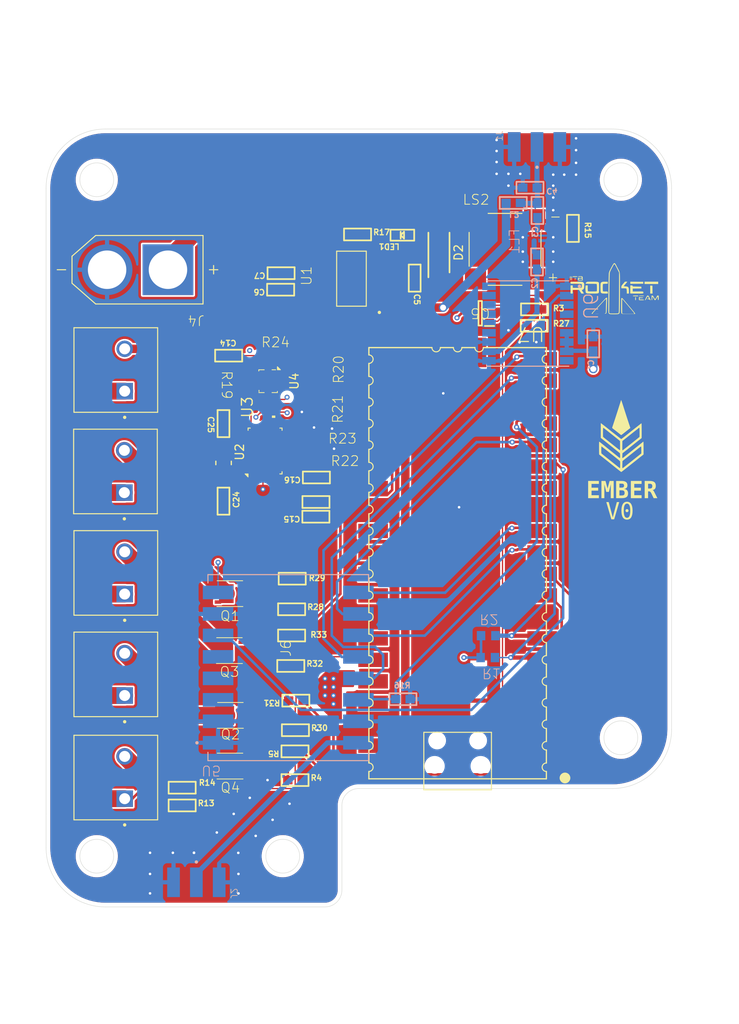
<source format=kicad_pcb>
(kicad_pcb (version 20241229) (generator "pcbnew") (generator_version "9.0")
  (layers (0 "F.Cu" signal) (4 "In1.Cu" power "PWR") (6 "In2.Cu" power "GND") (2 "B.Cu" signal) (13 "F.Paste" user) (15 "B.Paste" user) (5 "F.SilkS" user "F.Silkscreen") (7 "B.SilkS" user "B.Silkscreen") (1 "F.Mask" user) (3 "B.Mask" user) (25 "Edge.Cuts" user))
  (net 0 "")
  (net 1 "/3v3")
  (net 2 "/GND")
  (net 3 "/GPS_RF_IN")
  (net 4 "/SAW_OUT")
  (net 5 "/SAW_IN")
  (net 6 "/GPS_ANT")
  (net 7 "Net-(C16-P$2)")
  (net 8 "/5v")
  (net 9 "/G_MAIN2")
  (net 10 "/V_BATT")
  (net 11 "/XIN32")
  (net 12 "/XOUT32")
  (net 13 "/LoRa_ANT")
  (net 14 "/PYRO_MAIN2")
  (net 15 "/G_DROGUE")
  (net 16 "/PYRO_DROGUE")
  (net 17 "/G_MAIN")
  (net 18 "/PYRO_MAIN")
  (net 19 "Net-(Q4-G)")
  (net 20 "/PYRO_DROGUE2")
  (net 21 "/GPS_RX")
  (net 22 "/GPS_TX")
  (net 23 "/DROGUE2")
  (net 24 "/VCC_PYRO")
  (net 25 "/LORA_CS")
  (net 26 "Net-(U4-SDO)")
  (net 27 "/SDA")
  (net 28 "/SCL")
  (net 29 "Net-(U2-~{RESET})")
  (net 30 "Net-(U2-COM3)")
  (net 31 "Net-(U4-CSB)")
  (net 32 "/BUZZER")
  (net 33 "/MAIN2")
  (net 34 "/DROGUE")
  (net 35 "/MAIN")
  (net 36 "/LORA_SCLK")
  (net 37 "/LORA_RESET")
  (net 38 "/LORA_MISO")
  (net 39 "/LORA_BUSY")
  (net 40 "/LORA_MOSI")
  (net 41 "/LORA_DIO1")
  (net 68 "Net-(LED1-PadC)")
  (net 69 "Net-(Q5-S)")
  (net 70 "Net-(Q5-G)")
  (net 71 "Net-(LS2-PadN)")
  (net 72 "/BATT_IN")
  (net 73 "Net-(U7-ADC_REF)")
  (footprint "adafruit:R0603" (layer "F.Cu") (at 59.08 87.07 -90)
    (property "Reference" "R19")
    (property "Value" "10k ohm")
  )
  (footprint "microbuilder:CHIPLED_0603" (layer "F.Cu") (at 78.15 69.55 90)
    (property "Reference" "LED1")
    (property "Value" "BATT_CONN")
  )
  (footprint "OSTTA020161:ONSHORE_OSTTA020161" (layer "F.Cu") (at 45.3 121.5 90)
    (property "Reference" "J3" (hide yes))
    (property "Value" "DROGUE")
  )
  (footprint "AMS1117-5.0:SOT229P700X180-4N" (layer "F.Cu") (at 72.13 74.7 90)
    (property "Reference" "U1")
    (property "Value" "LDO Regulator 5v" (hide yes))
  )
  (footprint "microbuilder:0603" (layer "F.Cu") (at 65.45 134)
    (property "Reference" "R4")
    (property "Value" "33k")
  )
  (footprint "microbuilder:0603" (layer "F.Cu") (at 64.95 120.5)
    (property "Reference" "R32")
    (property "Value" "33k")
  )
  (footprint "microbuilder:0603" (layer "F.Cu") (at 56.99 91.84 -90)
    (property "Reference" "C25")
    (property "Value" "20 pF")
  )
  (footprint "SISA96DN-T1-GE3:SIS862DNT1GE3" (layer "F.Cu") (at 57.775 132.344 180)
    (property "Reference" "Q4")
    (property "Value" "SISA96DN-T1")
  )
  (footprint "microbuilder:0603" (layer "F.Cu") (at 65.5 128.1)
    (property "Reference" "R30")
    (property "Value" "33k")
  )
  (footprint "microbuilder:0603" (layer "F.Cu") (at 72.85 69.47)
    (property "Reference" "R17")
    (property "Value" "100")
  )
  (footprint "kx134:LGA12_2X2X0P9_ROM" (layer "F.Cu") (at 62.17 89.73 -90)
    (property "Reference" "U3")
    (property "Value" "~")
  )
  (footprint "Graphics:project_logo.kicad_sym" (layer "F.Cu") (at 104 93.4)
    (property "Reference" "G***" (hide yes))
    (property "Value" "LOGO" (hide yes))
  )
  (footprint "microbuilder:0603" (layer "F.Cu") (at 65.05 116.9 180)
    (property "Reference" "R33")
    (property "Value" "1k")
  )
  (footprint "RSX501LAM20TR:DIOM4725X105N" (layer "F.Cu") (at 82.48 71.61 90)
    (property "Reference" "D2")
    (property "Value" "RSX501LAM20TR" (hide yes))
  )
  (footprint "microbuilder:0603" (layer "F.Cu") (at 65.45 130.6 180)
    (property "Reference" "R5")
    (property "Value" "1k")
  )
  (footprint "microbuilder:0603" (layer "F.Cu") (at 65.05 113.8)
    (property "Reference" "R28")
    (property "Value" "33k")
  )
  (footprint "RpiPico:PICO-PKG-SMD" (layer "F.Cu") (at 84.69 108.35 180)
    (property "Reference" "U7")
    (property "Value" "~" (hide yes))
  )
  (footprint "CJ3400:SOT95P240X115-3N" (layer "F.Cu") (at 87.36 78.79 180)
    (property "Reference" "Q5")
    (property "Value" "CJ3400")
  )
  (footprint "Package_LGA:LGA-28_5.2x3.8mm_P0.5mm" (layer "F.Cu") (at 61.91 95.08 90)
    (property "Reference" "U2")
    (property "Value" "BNO055")
  )
  (footprint "microbuilder:0603" (layer "F.Cu") (at 79.61 74.63 -90)
    (property "Reference" "C5")
    (property "Value" "10 uF")
  )
  (footprint "OSTTA020161:ONSHORE_OSTTA020161" (layer "F.Cu") (at 45.26 97.5 90)
    (property "Reference" "J6")
    (property "Value" "MAN2")
  )
  (footprint "SISA96DN-T1-GE3:SIS862DNT1GE3" (layer "F.Cu") (at 57.818 126.348 180)
    (property "Reference" "Q2")
    (property "Value" "SISA96DN-T1")
  )
  (footprint "microbuilder:0603" (layer "F.Cu") (at 67.93 101.11)
    (property "Reference" "C13" (hide yes))
    (property "Value" "100 nF" (hide yes))
  )
  (footprint "adafruit:R0603" (layer "F.Cu") (at 62.27 83.8)
    (property "Reference" "R24")
    (property "Value" "10k ohm")
  )
  (footprint "CMT-8530S-SMT:CUI_CMT-8530S-SMT" (layer "F.Cu") (at 90.3 71.23)
    (property "Reference" "LS2")
    (property "Value" "BUZZER")
  )
  (footprint "Q13FC1350000400:XTAL_FC-135_EPS" (layer "F.Cu") (at 57 96.4922 90)
    (property "Reference" "XTAL1")
    (property "Value" "XTAL_FC135")
  )
  (footprint "Graphics:RT_logo" (layer "F.Cu") (at 103.2 76.3)
    (property "Reference" "G***" (hide yes))
    (property "Value" "LOGO" (hide yes))
  )
  (footprint "OSTTA020161:ONSHORE_OSTTA020161" (layer "F.Cu") (at 45.3 85.5 90)
    (property "Reference" "J8" (hide yes))
    (property "Value" "ARM")
  )
  (footprint "OSTTA020161:ONSHORE_OSTTA020161" (layer "F.Cu") (at 45.3 133.7 90)
    (property "Reference" "J7" (hide yes))
    (property "Value" "DROGUE2")
  )
  (footprint "microbuilder:0603" (layer "F.Cu") (at 67.98 98.21 180)
    (property "Reference" "C16")
    (property "Value" "100nF")
  )
  (footprint "adafruit:R0603" (layer "F.Cu") (at 67.81 93.84 180)
    (property "Reference" "R23")
    (property "Value" "10k ohm")
  )
  (footprint "microbuilder:0603" (layer "F.Cu") (at 63.75 76 180)
    (property "Reference" "C6")
    (property "Value" "10 uF")
  )
  (footprint "microbuilder:0603" (layer "F.Cu") (at 65.55 124.6 180)
    (property "Reference" "R31")
    (property "Value" "1k")
  )
  (footprint "adafruit:R0603" (layer "F.Cu") (at 68.6 85.43 -90)
    (property "Reference" "R20")
    (property "Value" "10k ohm")
  )
  (footprint "OSTTA020161:ONSHORE_OSTTA020161" (layer "F.Cu") (at 45.3 109.5 90)
    (property "Reference" "J5" (hide yes))
    (property "Value" "MAIN")
  )
  (footprint "microbuilder:0603" (layer "F.Cu") (at 57.6 83.8 180)
    (property "Reference" "C14")
    (property "Value" "100 nF")
  )
  (footprint "Package_LGA:Bosch_LGA-8_2x2.5mm_P0.65mm_ClockwisePinNumbering" (layer "F.Cu") (at 62.2675 86.8225 -90)
    (property "Reference" "U4")
    (property "Value" "BMP280")
  )
  (footprint "XT60-M:AMASS_XT60-M" (layer "F.Cu") (at 46.82 73.64 180)
    (property "Reference" "J4")
    (property "Value" "BATT_CONN" (hide yes))
  )
  (footprint "microbuilder:0603" (layer "F.Cu") (at 65.12 110.18 180)
    (property "Reference" "R29")
    (property "Value" "1k")
  )
  (footprint "microbuilder:0603" (layer "F.Cu") (at 63.8 74.05 180)
    (property "Reference" "C7")
    (property "Value" "10 uF")
  )
  (footprint "SISA96DN-T1-GE3:SIS862DNT1GE3" (layer "F.Cu") (at 57.76 111.95 180)
    (property "Reference" "Q1")
    (property "Value" "SISA96DN-T1")
  )
  (footprint "microbuilder:0603" (layer "F.Cu") (at 98.33 68.75 -90)
    (property "Reference" "R15")
    (property "Value" "100")
  )
  (footprint "adafruit:R0603" (layer "F.Cu") (at 67.82 96.06 180)
    (property "Reference" "R22")
    (property "Value" "10k ohm")
  )
  (footprint "microbuilder:0603" (layer "F.Cu") (at 52.1 134.9 180)
    (property "Reference" "R14")
    (property "Value" "13k")
  )
  (footprint "microbuilder:0603" (layer "F.Cu") (at 67.92 102.85 180)
    (property "Reference" "C15")
    (property "Value" "100 nF")
  )
  (footprint "microbuilder:0603" (layer "F.Cu") (at 52.1 137)
    (property "Reference" "R13")
    (property "Value" "10k")
  )
  (footprint "SISA96DN-T1-GE3:SIS862DNT1GE3" (layer "F.Cu") (at 57.705 118.686 180)
    (property "Reference" "Q3")
    (property "Value" "SISA96DN-T1")
  )
  (footprint "microbuilder:0603" (layer "F.Cu") (at 56.99 101.01 90)
    (property "Reference" "C24")
    (property "Value" "20 pF")
  )
  (footprint "adafruit:R0603" (layer "F.Cu") (at 68.52 90.36 90)
    (property "Reference" "R21")
    (property "Value" "10k ohm")
  )
  (footprint "microbuilder:0603" (layer "F.Cu") (at 93.79 78.33 180)
    (property "Reference" "R3")
    (property "Value" "33k")
  )
  (footprint "microbuilder:0603" (layer "F.Cu") (at 93.75 80.27)
    (property "Reference" "R27")
    (property "Value" "1k")
  )
  (footprint "microbuilder:0603" (layer "B.Cu") (at 94.13 66.63 -90)
    (property "Reference" "C3")
    (property "Value" "120 pF")
  )
  (footprint "TESEO-LIV3F:TESEO-LIV3F" (layer "B.Cu") (at 93 80 90)
    (property "Reference" "U6")
    (property "Value" "Teseo_liv3f")
  )
  (footprint "AFS14A04-1575.42-T3:FIL_AFS14A04-1575.42-T3" (layer "B.Cu") (at 94.11 69.61 -90)
    (property "Reference" "FL1")
    (property "Value" "Saw_filter")
  )
  (footprint "microbuilder:0603" (layer "B.Cu") (at 94.08 72.72 -90)
    (property "Reference" "C2")
    (property "Value" "120 pF")
  )
  (footprint "adafruit:R0603" (layer "B.Cu") (at 88.26 119.51)
    (property "Reference" "R1")
    (property "Value" "10k ohm")
  )
  (footprint "microbuilder:0603" (layer "B.Cu") (at 100.74 82.41 -90)
    (property "Reference" "C1")
    (property "Value" "10 uF")
  )
  (footprint "microbuilder:0603" (layer "B.Cu") (at 78.22 124.43 180)
    (property "Reference" "R16")
    (property "Value" "4.7k")
  )
  (footprint "microbuilder:0603" (layer "B.Cu") (at 91.27 65.74)
    (property "Reference" "L2")
    (property "Value" "~")
  )
  (footprint "microbuilder:0603" (layer "B.Cu") (at 93.25 63.94)
    (property "Reference" "C4")
    (property "Value" "120 pF")
  )
  (footprint "adafruit:R0603" (layer "B.Cu") (at 88.31 116.92)
    (property "Reference" "R2")
    (property "Value" "10k ohm")
  )
  (footprint "sma-connector:RFSOLUTIONS_CON-SMA-EDGE-S" (layer "B.Cu") (at 94.08 59.12 -90)
    (property "Reference" "J1")
    (property "Value" "~")
  )
  (footprint "CORE1262-868M:XCVR_CORE1262-868M" (layer "B.Cu") (at 64.65 120.7)
    (property "Reference" "U5")
    (property "Value" "Waveshare_SX1262")
  )
  (footprint "sma-connector:RFSOLUTIONS_CON-SMA-EDGE-S" (layer "B.Cu") (at 53.78 146.0875 90)
    (property "Reference" "J2")
    (property "Value" "~")
  )
  (gr_circle (center 42 143) (end 44 143) (stroke (width 0.05)) (fill no) (layer "Edge.Cuts"))
  (gr_line (start 36 64) (end 36 67) (stroke (width 0.05)) (layer "Edge.Cuts"))
  (gr_arc (start 110 128) (mid 107.949747 132.949747) (end 103 135) (stroke (width 0.05)) (layer "Edge.Cuts"))
  (gr_line (start 73 135) (end 100 135) (stroke (width 0.05)) (layer "Edge.Cuts"))
  (gr_circle (center 64 143) (end 66 143) (stroke (width 0.05)) (fill no) (layer "Edge.Cuts"))
  (gr_arc (start 71 147) (mid 70.414214 148.414214) (end 69 149) (stroke (width 0.05)) (layer "Edge.Cuts"))
  (gr_line (start 43 57) (end 100 57) (stroke (width 0.05)) (layer "Edge.Cuts"))
  (gr_line (start 43 149) (end 69 149) (stroke (width 0.05)) (layer "Edge.Cuts"))
  (gr_arc (start 36 64) (mid 38.050253 59.050253) (end 43 57) (stroke (width 0.05)) (layer "Edge.Cuts"))
  (gr_line (start 103 57) (end 101 57) (stroke (width 0.05)) (layer "Edge.Cuts"))
  (gr_circle (center 104 63) (end 106 63) (stroke (width 0.05)) (fill no) (layer "Edge.Cuts"))
  (gr_line (start 36 67) (end 36 138) (stroke (width 0.05)) (layer "Edge.Cuts"))
  (gr_line (start 101 57) (end 100 57) (stroke (width 0.05)) (layer "Edge.Cuts"))
  (gr_line (start 71 147) (end 71 137) (stroke (width 0.05)) (layer "Edge.Cuts"))
  (gr_line (start 36 138) (end 36 142) (stroke (width 0.05)) (layer "Edge.Cuts"))
  (gr_arc (start 103 57) (mid 107.949747 59.050253) (end 110 64) (stroke (width 0.05)) (layer "Edge.Cuts"))
  (gr_arc (start 43 149) (mid 38.050253 146.949747) (end 36 142) (stroke (width 0.05)) (layer "Edge.Cuts"))
  (gr_arc (start 71 137) (mid 71.585786 135.585786) (end 73 135) (stroke (width 0.05)) (layer "Edge.Cuts"))
  (gr_line (start 100 135) (end 103 135) (stroke (width 0.05)) (layer "Edge.Cuts"))
  (gr_line (start 110 128) (end 110 64) (stroke (width 0.05)) (layer "Edge.Cuts"))
  (gr_circle (center 42 63) (end 42 61) (stroke (width 0.05)) (fill no) (layer "Edge.Cuts"))
  (gr_circle (center 104 129) (end 106 129) (stroke (width 0.05)) (fill no) (layer "Edge.Cuts"))
  (gr_text "EMBER" (at 99.9 101 0) (layer "F.SilkS") (effects (font (size 2 2) (thickness 0.2) (bold yes)) (justify left bottom)))
  (gr_text "V0" (at 102.2 103.5 0) (layer "F.SilkS") (effects (font (size 2 2) (thickness 0.1)) (justify left bottom)))
  (segment (start 64.4393 90.4793) (end 64.52 90.56) (width 0.154) (layer "F.Cu") (net 1))
  (segment (start 61.66 101.62) (end 61.66 99.61) (width 0.154) (layer "F.Cu") (net 1))
  (segment (start 68.52 91.48) (end 67.7 92.3) (width 0.154) (layer "F.Cu") (net 1))
  (segment (start 85.15 78.79) (end 84.61 79.33) (width 0.304) (layer "F.Cu") (net 1))
  (segment (start 68.77 102.85) (end 68.77 101.12) (width 0.5) (layer "F.Cu") (net 1))
  (segment (start 61.66 97.4675) (end 62.16 97.4675) (width 0.154) (layer "F.Cu") (net 1))
  (segment (start 70.6 99.29) (end 70.6 97.99) (width 0.154) (layer "F.Cu") (net 1))
  (segment (start 68.78 101.11) (end 70.6 99.29) (width 0.154) (layer "F.Cu") (net 1))
  (segment (start 61.42 90.4793) (end 61.42 90.4845) (width 0.154) (layer "F.Cu") (net 1))
  (segment (start 66.98 104.64) (end 64.68 104.64) (width 0.154) (layer "F.Cu") (net 1))
  (segment (start 68.52 91.21) (end 68.52 91.48) (width 0.154) (layer "F.Cu") (net 1))
  (segment (start 61.66 96.947) (end 61.66 97.4675) (width 0.154) (layer "F.Cu") (net 1))
  (segment (start 68.77 102.85) (end 66.98 104.64) (width 0.154) (layer "F.Cu") (net 1))
  (segment (start 70.6 97.99) (end 68.67 96.06) (width 0.154) (layer "F.Cu") (net 1))
  (segment (start 61.4675 83.8475) (end 61.42 83.8) (width 0.154) (layer "F.Cu") (net 1))
  (segment (start 58.45 83.8) (end 61.42 83.8) (width 0.154) (layer "F.Cu") (net 1))
  (segment (start 64.2493 88.9807) (end 64.51 88.72) (width 0.154) (layer "F.Cu") (net 1))
  (segment (start 66.992 82.972) (end 68.6 84.58) (width 0.154) (layer "F.Cu") (net 1))
  (segment (start 61.42 90.4845) (end 60.8245 91.08) (width 0.154) (layer "F.Cu") (net 1))
  (segment (start 62.92 88.9807) (end 64.2493 88.9807) (width 0.154) (layer "F.Cu") (net 1))
  (segment (start 62.92 90.4793) (end 64.4393 90.4793) (width 0.154) (layer "F.Cu") (net 1))
  (segment (start 64.68 104.64) (end 61.66 101.62) (width 0.154) (layer "F.Cu") (net 1))
  (segment (start 60.2475 96.83) (end 61.543 96.83) (width 0.154) (layer "F.Cu") (net 1))
  (segment (start 61.66 97.4675) (end 61.66 99.61) (width 0.154) (layer "F.Cu") (net 1))
  (segment (start 68.77 101.12) (end 68.78 101.11) (width 0.5) (layer "F.Cu") (net 1))
  (segment (start 61.42 83.8) (end 62.248 82.972) (width 0.154) (layer "F.Cu") (net 1))
  (segment (start 61.543 96.83) (end 61.66 96.947) (width 0.154) (layer "F.Cu") (net 1))
  (segment (start 61.4675 85.8475) (end 61.4675 83.8475) (width 0.154) (layer "F.Cu") (net 1))
  (segment (start 86.26 78.79) (end 85.15 78.79) (width 0.304) (layer "F.Cu") (net 1))
  (segment (start 62.248 82.972) (end 66.992 82.972) (width 0.154) (layer "F.Cu") (net 1))
  (via (at 70 122) (size 0.6) (drill 0.3) (layers "F.Cu" "B.Cu") (net 1))
  (via (at 61.66 99.61) (size 0.6) (drill 0.3) (layers "F.Cu" "B.Cu") (net 1))
  (via (at 69 124) (size 0.6) (drill 0.3) (layers "F.Cu" "B.Cu") (net 1))
  (via (at 70 123) (size 0.6) (drill 0.3) (layers "F.Cu" "B.Cu") (net 1))
  (via (at 85.43 119.51) (size 0.6) (drill 0.3) (layers "F.Cu" "B.Cu") (net 1))
  (via (at 69 123) (size 0.6) (drill 0.3) (layers "F.Cu" "B.Cu") (net 1))
  (via (at 64.51 88.72) (size 0.6) (drill 0.3) (layers "F.Cu" "B.Cu") (net 1))
  (via (at 60.09 83.2) (size 0.6) (drill 0.3) (layers "F.Cu" "B.Cu") (net 1))
  (via (at 69 122) (size 0.6) (drill 0.3) (layers "F.Cu" "B.Cu") (net 1))
  (via (at 100.74 85.38) (size 1) (drill 0.7) (layers "F.Cu" "B.Cu") (net 1))
  (via (at 84.61 79.33) (size 0.6) (drill 0.3) (layers "F.Cu" "B.Cu") (net 1))
  (via (at 70 124) (size 0.6) (drill 0.3) (layers "F.Cu" "B.Cu") (net 1))
  (via (at 70 125) (size 0.6) (drill 0.3) (layers "F.Cu" "B.Cu") (net 1))
  (via (at 56.35 108.25) (size 0.6) (drill 0.3) (layers "F.Cu" "B.Cu") (net 1))
  (via (at 60.8245 91.08) (size 0.6) (drill 0.3) (layers "F.Cu" "B.Cu") (net 1))
  (via (at 67.7 92.3) (size 0.6) (drill 0.3) (layers "F.Cu" "B.Cu") (net 1))
  (via (at 64.52 90.56) (size 0.6) (drill 0.3) (layers "F.Cu" "B.Cu") (net 1))
  (segment (start 87.41 119.51) (end 85.43 119.51) (width 0.304) (layer "B.Cu") (net 1))
  (segment (start 56.35 111.81) (end 56.35 108.25) (width 0.154) (layer "B.Cu") (net 1))
  (segment (start 87.46 119.46) (end 87.41 119.51) (width 0.154) (layer "B.Cu") (net 1))
  (segment (start 97.6 81.1) (end 97.6 83.3) (width 0.5) (layer "B.Cu") (net 1))
  (segment (start 97.95 82.95) (end 97.6 83.3) (width 0.154) (layer "B.Cu") (net 1))
  (segment (start 87.46 116.92) (end 87.46 119.46) (width 0.304) (layer "B.Cu") (net 1))
  (segment (start 100.74 83.26) (end 100.74 85.38) (width 1) (layer "B.Cu") (net 1))
  (segment (start 100.79 83.23) (end 97.93 83.23) (width 0.5) (layer "B.Cu") (net 1))
  (segment (start 67.17 102.2193) (end 67.17 102.3) (width 0.154) (layer "F.Cu") (net 2))
  (via (at 98.7 62.4) (size 0.6) (drill 0.3) (layers "F.Cu" "B.Cu") (net 2))
  (via (at 97.3 62.4) (size 0.6) (drill 0.3) (layers "F.Cu" "B.Cu") (net 2))
  (via (at 70.07 94.81) (size 0.6) (drill 0.3) (layers "F.Cu" "B.Cu") (net 2))
  (via (at 90.7 63.7) (size 0.6) (drill 0.3) (layers "F.Cu" "B.Cu") (net 2))
  (via (at 60.1 136.1) (size 0.6) (drill 0.3) (layers "F.Cu" "B.Cu") (net 2))
  (via (at 89.3 59.6) (size 0.6) (drill 0.3) (layers "F.Cu" "B.Cu") (net 2))
  (via (at 53.5 142.6) (size 0.6) (drill 0.3) (layers "F.Cu" "B.Cu") (net 2))
  (via (at 58.76 145.1) (size 0.6) (drill 0.3) (layers "F.Cu" "B.Cu") (net 2))
  (via (at 58.74 142.61) (size 0.6) (drill 0.3) (layers "F.Cu" "B.Cu") (net 2))
  (via (at 64.8 136.8) (size 0.6) (drill 0.3) (layers "F.Cu" "B.Cu") (net 2))
  (via (at 66.26 90.46) (size 0.6) (drill 0.3) (layers "F.Cu" "B.Cu") (net 2))
  (via (at 92.1 62.3) (size 0.6) (drill 0.3) (layers "F.Cu" "B.Cu") (net 2))
  (via (at 89.3 60.9) (size 0.6) (drill 0.3) (layers "F.Cu" "B.Cu") (net 2))
  (via (at 96 69.8) (size 0.6) (drill 0.3) (layers "F.Cu" "B.Cu") (net 2))
  (via (at 58.76 147.41) (size 0.6) (drill 0.3) (layers "F.Cu" "B.Cu") (net 2))
  (via (at 94 82.2) (size 0.6) (drill 0.3) (layers "F.Cu" "B.Cu") (net 2))
  (via (at 92.01 82.23) (size 0.6) (drill 0.3) (layers "F.Cu" "B.Cu") (net 2))
  (via (at 96 62.4) (size 0.6) (drill 0.3) (layers "F.Cu" "B.Cu") (net 2))
  (via (at 84.86 101.73) (size 0.6) (drill 0.3) (layers "F.Cu" "B.Cu") (net 2))
  (via (at 98.7 59.5) (size 0.6) (drill 0.3) (layers "F.Cu" "B.Cu") (net 2))
  (via (at 96 71.5) (size 0.6) (drill 0.3) (layers "F.Cu" "B.Cu") (net 2))
  (via (at 62.8 138.7) (size 0.6) (drill 0.3) (layers "F.Cu" "B.Cu") (net 2))
  (via (at 56.2 140.2) (size 0.6) (drill 0.3) (layers "F.Cu" "B.Cu") (net 2))
  (via (at 92.4 71.5) (size 0.6) (drill 0.3) (layers "F.Cu" "B.Cu") (net 2))
  (via (at 53.5 142.6) (size 0.6) (drill 0.3) (layers "F.Cu" "B.Cu") (net 2))
  (via (at 89.3 58.3) (size 0.6) (drill 0.3) (layers "F.Cu" "B.Cu") (net 2))
  (via (at 82.99 88.26) (size 0.6) (drill 0.3) (layers "F.Cu" "B.Cu") (net 2))
  (via (at 53.5 142.6) (size 0.6) (drill 0.3) (layers "F.Cu" "B.Cu") (net 2))
  (via (at 98.7 61) (size 0.6) (drill 0.3) (layers "F.Cu" "B.Cu") (net 2))
  (via (at 96 63.7) (size 0.6) (drill 0.3) (layers "F.Cu" "B.Cu") (net 2))
  (via (at 68.1 128.1) (size 0.6) (drill 0.3) (layers "F.Cu" "B.Cu") (net 2))
  (via (at 48.3 142.6) (size 0.6) (drill 0.3) (layers "F.Cu" "B.Cu") (net 2))
  (via (at 90.7 80.8) (size 0.6) (drill 0.3) (layers "F.Cu" "B.Cu") (net 2))
  (via (at 96 72.7) (size 0.6) (drill 0.3) (layers "F.Cu" "B.Cu") (net 2))
  (via (at 58.2 138) (size 0.6) (drill 0.3) (layers "F.Cu" "B.Cu") (net 2))
  (via (at 90.7 62.3) (size 0.6) (drill 0.3) (layers "F.Cu" "B.Cu") (net 2))
  (via (at 60.8 140.6) (size 0.6) (drill 0.3) (layers "F.Cu" "B.Cu") (net 2))
  (via (at 48.3 145.1) (size 0.6) (drill 0.3) (layers "F.Cu" "B.Cu") (net 2))
  (via (at 69.83 92.43) (size 0.6) (drill 0.3) (layers "F.Cu" "B.Cu") (net 2))
  (via (at 51 142.6) (size 0.6) (drill 0.3) (layers "F.Cu" "B.Cu") (net 2))
  (via (at 62.2 134) (size 0.6) (drill 0.3) (layers "F.Cu" "B.Cu") (net 2))
  (via (at 96 66.6) (size 0.6) (drill 0.3) (layers "F.Cu" "B.Cu") (net 2))
  (via (at 89.3 62.3) (size 0.6) (drill 0.3) (layers "F.Cu" "B.Cu") (net 2))
  (via (at 96 65.1) (size 0.6) (drill 0.3) (layers "F.Cu" "B.Cu") (net 2))
  (via (at 92.4 69.8) (size 0.6) (drill 0.3) (layers "F.Cu" "B.Cu") (net 2))
  (via (at 92.4 72.7) (size 0.6) (drill 0.3) (layers "F.Cu" "B.Cu") (net 2))
  (via (at 98.7 58.1) (size 0.6) (drill 0.3) (layers "F.Cu" "B.Cu") (net 2))
  (via (at 48.3 147.4) (size 0.6) (drill 0.3) (layers "F.Cu" "B.Cu") (net 2))
  (segment (start 94.08 73.57) (end 94.08 78.772) (width 0.6) (layer "B.Cu") (net 3))
  (segment (start 89.552 83.3) (end 88.4 83.3) (width 0.6) (layer "B.Cu") (net 3))
  (segment (start 94.08 78.772) (end 89.552 83.3) (width 0.6) (layer "B.Cu") (net 3))
  (segment (start 94.08 71.87) (end 93.734 71.524) (width 0.6) (layer "B.Cu") (net 4))
  (segment (start 93.734 71.524) (end 93.734 70.236) (width 0.6) (layer "B.Cu") (net 4))
  (segment (start 94.13 67.48) (end 94.13 68.964) (width 0.6) (layer "B.Cu") (net 5))
  (segment (start 94.13 68.964) (end 94.11 68.984) (width 0.6) (layer "B.Cu") (net 5))
  (segment (start 94.13 63.97) (end 94.1 63.94) (width 0.6) (layer "B.Cu") (net 6))
  (segment (start 93.89 66.4) (end 93.85 66.36) (width 0.154) (layer "B.Cu") (net 6))
  (segment (start 94.08 63.92) (end 94.1 63.94) (width 0.6) (layer "B.Cu") (net 6))
  (segment (start 94.08 59.12) (end 94.08 63.92) (width 0.6) (layer "B.Cu") (net 6))
  (segment (start 94.13 65.78) (end 92.16 65.78) (width 0.6) (layer "B.Cu") (net 6))
  (segment (start 92.16 65.78) (end 92.12 65.74) (width 0.6) (layer "B.Cu") (net 6))
  (segment (start 94.13 65.78) (end 94.13 63.97) (width 0.6) (layer "B.Cu") (net 6))
  (segment (start 67.13 98.21) (end 64.75 95.83) (width 0.154) (layer "F.Cu") (net 7))
  (segment (start 64.75 95.83) (end 63.5725 95.83) (width 0.154) (layer "F.Cu") (net 7))
  (segment (start 72.54 75.79) (end 70.83 77.5) (width 1) (layer "F.Cu") (net 8))
  (segment (start 73.64 74.7) (end 75.475 74.7) (width 1) (layer "F.Cu") (net 8))
  (segment (start 77.15 129.57) (end 74.23 129.57) (width 1) (layer "F.Cu") (net 8))
  (segment (start 64.6 74.1) (end 64.65 74.05) (width 0.304) (layer "F.Cu") (net 8))
  (segment (start 64.6 76) (end 64.6 74.1) (width 1) (layer "F.Cu") (net 8))
  (segment (start 78.5 128.22) (end 77.15 129.57) (width 1) (layer "F.Cu") (net 8))
  (segment (start 64.6 76.33) (end 64.6 76) (width 0.304) (layer "F.Cu") (net 8))
  (segment (start 78.5 77.725) (end 78.5 128.22) (width 1) (layer "F.Cu") (net 8))
  (segment (start 82.97 78.12) (end 78.895 78.12) (width 1) (layer "F.Cu") (net 8))
  (segment (start 78.895 78.12) (end 78.5 77.725) (width 0.304) (layer "F.Cu") (net 8))
  (segment (start 75.475 74.7) (end 78.5 77.725) (width 1) (layer "F.Cu") (net 8))
  (segment (start 73.64 74.7) (end 72.55 75.79) (width 1) (layer "F.Cu") (net 8))
  (segment (start 70.83 77.5) (end 65.77 77.5) (width 1) (layer "F.Cu") (net 8))
  (segment (start 72.55 75.79) (end 72.54 75.79) (width 0.304) (layer "F.Cu") (net 8))
  (segment (start 65.77 77.5) (end 64.6 76.33) (width 1) (layer "F.Cu") (net 8))
  (via (at 82.97 78.12) (size 1) (drill 0.7) (layers "F.Cu" "B.Cu") (net 8))
  (segment (start 90.42 70.67) (end 82.97 78.12) (width 1) (layer "B.Cu") (net 8))
  (segment (start 90.42 65.74) (end 90.42 70.67) (width 1) (layer "B.Cu") (net 8))
  (segment (start 59.315 110.962) (end 59.315 110.925) (width 0.304) (layer "F.Cu") (net 9))
  (segment (start 60.07 110.17) (end 60.08 110.18) (width 0.304) (layer "F.Cu") (net 9))
  (segment (start 59.315 110.925) (end 60.07 110.17) (width 0.304) (layer "F.Cu") (net 9))
  (segment (start 64.27 110.18) (end 64.27 113.73) (width 0.304) (layer "F.Cu") (net 9))
  (segment (start 64.27 113.73) (end 64.2 113.8) (width 0.304) (layer "F.Cu") (net 9))
  (segment (start 60.08 110.18) (end 64.27 110.18) (width 0.304) (layer "F.Cu") (net 9))
  (segment (start 79.63 73.76) (end 79.61 73.78) (width 0.304) (layer "F.Cu") (net 10))
  (segment (start 78.86 72.91) (end 78.9 72.87) (width 0.304) (layer "F.Cu") (net 10))
  (segment (start 79.61 73.78) (end 79.025 73.195) (width 1) (layer "F.Cu") (net 10))
  (segment (start 78.9 72.87) (end 78.9 69.55) (width 1) (layer "F.Cu") (net 10))
  (segment (start 78.24 72.41) (end 79.025 73.195) (width 1) (layer "F.Cu") (net 10))
  (segment (start 74.265 71.2) (end 61.44 71.2) (width 1) (layer "F.Cu") (net 10))
  (segment (start 75.475 72.41) (end 78.24 72.41) (width 1) (layer "F.Cu") (net 10))
  (segment (start 79.025 73.195) (end 78.86 73.03) (width 0.304) (layer "F.Cu") (net 10))
  (segment (start 59.06 73.58) (end 49.64 83) (width 1) (layer "F.Cu") (net 10))
  (segment (start 74.265 71.2) (end 75.475 72.41) (width 1) (layer "F.Cu") (net 10))
  (segment (start 49.64 83) (end 45.3 83) (width 1) (layer "F.Cu") (net 10))
  (segment (start 82.48 73.76) (end 79.63 73.76) (width 1.5) (layer "F.Cu") (net 10))
  (segment (start 78.86 73.03) (end 78.86 72.91) (width 0.304) (layer "F.Cu") (net 10))
  (segment (start 61.44 71.2) (end 59.06 73.58) (width 1) (layer "F.Cu") (net 10))
  (segment (start 58.03161 98.1982) (end 59.12 97.10981) (width 0.154) (layer "F.Cu") (net 11))
  (segment (start 59.58 96.33) (end 60.2475 96.33) (width 0.154) (layer "F.Cu") (net 11))
  (segment (start 56.99 97.8722) (end 57.25 97.6122) (width 0.154) (layer "F.Cu") (net 11))
  (segment (start 59.12 97.10981) (end 59.12 96.79) (width 0.154) (layer "F.Cu") (net 11))
  (segment (start 59.12 96.79) (end 59.58 96.33) (width 0.154) (layer "F.Cu") (net 11))
  (segment (start 56.99 100.16) (end 56.99 97.8722) (width 0.154) (layer "F.Cu") (net 11))
  (segment (start 57.836 98.1982) (end 58.03161 98.1982) (width 0.154) (layer "F.Cu") (net 11))
  (segment (start 57.25 97.6122) (end 57.836 98.1982) (width 0.154) (layer "F.Cu") (net 11))
  (segment (start 56.99 95.1678) (end 57.25 95.4278) (width 0.154) (layer "F.Cu") (net 12))
  (segment (start 57.25 95.4278) (end 57.836 94.8418) (width 0.154) (layer "F.Cu") (net 12))
  (segment (start 57.836 94.8418) (end 58.7388 94.8418) (width 0.154) (layer "F.Cu") (net 12))
  (segment (start 58.7388 94.8418) (end 59.727 95.83) (width 0.154) (layer "F.Cu") (net 12))
  (segment (start 59.727 95.83) (end 60.2475 95.83) (width 0.154) (layer "F.Cu") (net 12))
  (segment (start 56.99 92.69) (end 56.99 95.1678) (width 0.154) (layer "F.Cu") (net 12))
  (segment (start 69.2775 129.59) (end 53.78 145.0875) (width 0.6) (layer "B.Cu") (net 13))
  (segment (start 53.78 145.0875) (end 53.78 146.0875) (width 0.6) (layer "B.Cu") (net 13))
  (segment (start 72.95 129.59) (end 69.2775 129.59) (width 0.6) (layer "B.Cu") (net 13))
  (segment (start 50.75 100.49) (end 45.26 95) (width 2) (layer "F.Cu") (net 14))
  (segment (start 57.322 111.952) (end 50.75 105.38) (width 2) (layer "F.Cu") (net 14))
  (segment (start 50.75 105.38) (end 50.75 100.49) (width 2) (layer "F.Cu") (net 14))
  (segment (start 59.373 125.207) (end 59.98 124.6) (width 0.304) (layer "F.Cu") (net 15))
  (segment (start 59.373 125.36) (end 59.373 125.207) (width 0.304) (layer "F.Cu") (net 15))
  (segment (start 59.98 124.6) (end 64.7 124.6) (width 0.304) (layer "F.Cu") (net 15))
  (segment (start 64.65 124.65) (end 64.7 124.6) (width 0.304) (layer "F.Cu") (net 15))
  (segment (start 64.65 128.1) (end 64.65 124.65) (width 0.304) (layer "F.Cu") (net 15))
  (segment (start 57.38 126.35) (end 52.65 126.35) (width 2) (layer "F.Cu") (net 16))
  (segment (start 52.65 126.35) (end 45.3 119) (width 2) (layer "F.Cu") (net 16))
  (segment (start 59.26 117.698) (end 59.26 117.61) (width 0.304) (layer "F.Cu") (net 17))
  (segment (start 64.2 120.4) (end 64.1 120.5) (width 0.304) (layer "F.Cu") (net 17))
  (segment (start 59.26 117.61) (end 59.97 116.9) (width 0.304) (layer "F.Cu") (net 17))
  (segment (start 59.97 116.9) (end 64.2 116.9) (width 0.304) (layer "F.Cu") (net 17))
  (segment (start 64.2 116.9) (end 64.2 120.4) (width 0.304) (layer "F.Cu") (net 17))
  (segment (start 57.267 118.688) (end 56.988 118.688) (width 0.304) (layer "F.Cu") (net 18))
  (segment (start 56.988 118.688) (end 45.3 107) (width 2) (layer "F.Cu") (net 18))
  (segment (start 59.86 130.6) (end 64.6 130.6) (width 0.304) (layer "F.Cu") (net 19))
  (segment (start 59.33 131.13) (end 59.86 130.6) (width 0.304) (layer "F.Cu") (net 19))
  (segment (start 64.6 134) (end 64.6 130.6) (width 0.304) (layer "F.Cu") (net 19))
  (segment (start 59.33 131.356) (end 59.33 131.13) (width 0.304) (layer "F.Cu") (net 19))
  (segment (start 57.337 132.346) (end 46.446 132.346) (width 2) (layer "F.Cu") (net 20))
  (segment (start 46.446 132.346) (end 45.3 131.2) (width 2) (layer "F.Cu") (net 20))
  (segment (start 91.07 119.41) (end 90.97 119.51) (width 0.154) (layer "F.Cu") (net 21))
  (segment (start 94.15 119.51) (end 90.99 119.51) (width 0.5) (layer "F.Cu") (net 21))
  (via (at 90.97 119.51) (size 0.6) (drill 0.3) (layers "F.Cu" "B.Cu") (net 21))
  (segment (start 89.11 119.51) (end 90.97 119.51) (width 0.154) (layer "B.Cu") (net 21))
  (segment (start 96.16 78.286) (end 96.16 114.32) (width 0.304) (layer "B.Cu") (net 21))
  (segment (start 90.97 119.51) (end 93.475 117.005) (width 0.304) (layer "B.Cu") (net 21))
  (segment (start 90.97 119.51) (end 91.05 119.51) (width 0.154) (layer "B.Cu") (net 21))
  (segment (start 96.646 77.8) (end 96.16 78.286) (width 0.304) (layer "B.Cu") (net 21))
  (segment (start 97.6 77.8) (end 96.646 77.8) (width 0.304) (layer "B.Cu") (net 21))
  (segment (start 96.16 114.32) (end 93.475 117.005) (width 0.304) (layer "B.Cu") (net 21))
  (segment (start 91.08 116.93) (end 91.14 116.87) (width 0.154) (layer "F.Cu") (net 22))
  (segment (start 91.05 116.93) (end 94.14 116.93) (width 0.5) (layer "F.Cu") (net 22))
  (via (at 91.08 116.93) (size 0.6) (drill 0.3) (layers "F.Cu" "B.Cu") (net 22))
  (segment (start 97.6 76.7) (end 96.646 76.7) (width 0.154) (layer "B.Cu") (net 22))
  (segment (start 96.646 76.7) (end 95.67 77.676) (width 0.304) (layer "B.Cu") (net 22))
  (segment (start 97.6 76.7) (end 96.73 76.7) (width 0.304) (layer "B.Cu") (net 22))
  (segment (start 95.67 112.34) (end 92.505 115.505) (width 0.304) (layer "B.Cu") (net 22))
  (segment (start 92.505 115.505) (end 91.08 116.93) (width 0.304) (layer "B.Cu") (net 22))
  (segment (start 89.16 116.92) (end 91.07 116.92) (width 0.5) (layer "B.Cu") (net 22))
  (segment (start 91.07 116.92) (end 91.08 116.93) (width 0.154) (layer "B.Cu") (net 22))
  (segment (start 95.67 77.676) (end 95.67 112.34) (width 0.304) (layer "B.Cu") (net 22))
  (segment (start 92.69 115.32) (end 92.505 115.505) (width 0.304) (layer "B.Cu") (net 22))
  (segment (start 95.13 109.25) (end 94.23 109.25) (width 0.304) (layer "F.Cu") (net 23))
  (segment (start 66.3 130.6) (end 69.7 134) (width 0.304) (layer "F.Cu") (net 23))
  (segment (start 69.7 134) (end 96.360178 134) (width 0.304) (layer "F.Cu") (net 23))
  (segment (start 98 132.360178) (end 98 112.12) (width 0.304) (layer "F.Cu") (net 23))
  (segment (start 98 112.12) (end 95.13 109.25) (width 0.304) (layer "F.Cu") (net 23))
  (segment (start 96.360178 134) (end 98 132.360178) (width 0.304) (layer "F.Cu") (net 23))
  (segment (start 42.36 88.13) (end 42.23 88) (width 0.304) (layer "F.Cu") (net 24))
  (segment (start 42.36 112) (end 42.36 100) (width 2) (layer "F.Cu") (net 24))
  (segment (start 45.3 124) (end 42.41 124) (width 2) (layer "F.Cu") (net 24))
  (segment (start 46.2 136.2) (end 47.5 134.9) (width 0.304) (layer "F.Cu") (net 24))
  (segment (start 42.36 112) (end 42.35 112.01) (width 0.304) (layer "F.Cu") (net 24))
  (segment (start 45.26 100) (end 42.36 100) (width 2) (layer "F.Cu") (net 24))
  (segment (start 42.36 100) (end 42.36 88.13) (width 2) (layer "F.Cu") (net 24))
  (segment (start 42.41 124) (end 42.41 112.05) (width 2) (layer "F.Cu") (net 24))
  (segment (start 42.32 136.2) (end 42.32 124.09) (width 2) (layer "F.Cu") (net 24))
  (segment (start 47.5 134.9) (end 51.25 134.9) (width 0.304) (layer "F.Cu") (net 24))
  (segment (start 42.41 112.05) (end 42.36 112) (width 0.304) (layer "F.Cu") (net 24))
  (segment (start 45.3 136.2) (end 42.32 136.2) (width 2) (layer "F.Cu") (net 24))
  (segment (start 45.3 112) (end 42.36 112) (width 2) (layer "F.Cu") (net 24))
  (segment (start 42.41 124) (end 42.4 123.99) (width 0.304) (layer "F.Cu") (net 24))
  (segment (start 42.32 124.09) (end 42.41 124) (width 0.304) (layer "F.Cu") (net 24))
  (segment (start 45.3 136.2) (end 46.2 136.2) (width 0.304) (layer "F.Cu") (net 24))
  (segment (start 45.3 88) (end 42.23 88) (width 2) (layer "F.Cu") (net 24))
  (segment (start 91.66 92.25) (end 91.66 91.65) (width 0.304) (layer "F.Cu") (net 25))
  (segment (start 91.84 91.47) (end 94.23 91.47) (width 0.304) (layer "F.Cu") (net 25))
  (segment (start 91.66 91.65) (end 91.84 91.47) (width 0.304) (layer "F.Cu") (net 25))
  (via (at 91.66 92.25) (size 0.6) (drill 0.3) (layers "F.Cu" "B.Cu") (net 25))
  (segment (start 94.06 94.63) (end 94.06 94.61) (width 0.154) (layer "B.Cu") (net 25))
  (segment (start 94.06 94.61) (end 91.89 92.44) (width 0.304) (layer "B.Cu") (net 25))
  (segment (start 91.96 107.91) (end 94.06 105.81) (width 0.304) (layer "B.Cu") (net 25))
  (segment (start 72.95 124.51) (end 73.03 124.43) (width 0.154) (layer "B.Cu") (net 25))
  (segment (start 77.37 122.5) (end 91.96 107.91) (width 0.304) (layer "B.Cu") (net 25))
  (segment (start 94.06 105.81) (end 94.06 94.63) (width 0.304) (layer "B.Cu") (net 25))
  (segment (start 91.7 92.25) (end 91.66 92.25) (width 0.154) (layer "B.Cu") (net 25))
  (segment (start 73.03 124.43) (end 77.37 124.43) (width 0.304) (layer "B.Cu") (net 25))
  (segment (start 91.89 92.44) (end 91.7 92.25) (width 0.304) (layer "B.Cu") (net 25))
  (segment (start 77.37 124.43) (end 77.37 122.5) (width 0.304) (layer "B.Cu") (net 25))
  (segment (start 61.345 87.92) (end 61.4675 87.7975) (width 0.154) (layer "F.Cu") (net 26))
  (segment (start 59.08 87.92) (end 61.345 87.92) (width 0.154) (layer "F.Cu") (net 26))
  (segment (start 60.73 88.38) (end 61.99 88.38) (width 0.154) (layer "F.Cu") (net 27))
  (segment (start 62.6635 87.1475) (end 63.0675 87.1475) (width 0.154) (layer "F.Cu") (net 27))
  (segment (start 73.73 96.55) (end 74.23 96.55) (width 0.154) (layer "F.Cu") (net 27))
  (segment (start 71.54 94.36) (end 73.73 96.55) (width 0.154) (layer "F.Cu") (net 27))
  (segment (start 63.0675 87.1475) (end 63.8325 87.1475) (width 0.154) (layer "F.Cu") (net 27))
  (segment (start 74.07 96.39) (end 74.23 96.55) (width 0.154) (layer "F.Cu") (net 27))
  (segment (start 62.32 87.491) (end 62.6635 87.1475) (width 0.154) (layer "F.Cu") (net 27))
  (segment (start 64.7 86.28) (end 68.6 86.28) (width 0.154) (layer "F.Cu") (net 27))
  (segment (start 68.6 86.28) (end 71.54 89.22) (width 0.154) (layer "F.Cu") (net 27))
  (segment (start 60.2475 92.83) (end 60.2475 88.8625) (width 0.154) (layer "F.Cu") (net 27))
  (segment (start 62.42 88.9807) (end 62.42 88.15) (width 0.154) (layer "F.Cu") (net 27))
  (segment (start 71.54 89.22) (end 71.54 94.36) (width 0.154) (layer "F.Cu") (net 27))
  (segment (start 61.99 88.38) (end 62.32 88.05) (width 0.154) (layer "F.Cu") (net 27))
  (segment (start 62.32 88.05) (end 62.32 87.491) (width 0.154) (layer "F.Cu") (net 27))
  (segment (start 62.42 88.15) (end 62.32 88.05) (width 0.154) (layer "F.Cu") (net 27))
  (segment (start 60.2475 88.8625) (end 60.73 88.38) (width 0.154) (layer "F.Cu") (net 27))
  (segment (start 63.8325 87.1475) (end 64.7 86.28) (width 0.154) (layer "F.Cu") (net 27))
  (segment (start 71.185 96.945) (end 73.33 99.09) (width 0.154) (layer "F.Cu") (net 28))
  (segment (start 62.9193 89.48) (end 68.49 89.48) (width 0.154) (layer "F.Cu") (net 28))
  (segment (start 68.52 89.51) (end 71.185 92.175) (width 0.154) (layer "F.Cu") (net 28))
  (segment (start 71.185 92.175) (end 71.185 96.945) (width 0.154) (layer "F.Cu") (net 28))
  (segment (start 61.732 91.6) (end 66.43 91.6) (width 0.154) (layer "F.Cu") (net 28))
  (segment (start 61.16 92.172) (end 61.732 91.6) (width 0.154) (layer "F.Cu") (net 28))
  (segment (start 68.49 89.48) (end 68.52 89.51) (width 0.154) (layer "F.Cu") (net 28))
  (segment (start 66.8075 87.7975) (end 68.52 89.51) (width 0.154) (layer "F.Cu") (net 28))
  (segment (start 63.0675 87.7975) (end 66.8075 87.7975) (width 0.154) (layer "F.Cu") (net 28))
  (segment (start 61.16 92.6925) (end 61.16 92.172) (width 0.154) (layer "F.Cu") (net 28))
  (segment (start 73.33 99.09) (end 74.23 99.09) (width 0.154) (layer "F.Cu") (net 28))
  (segment (start 66.43 91.6) (end 68.52 89.51) (width 0.154) (layer "F.Cu") (net 28))
  (segment (start 65.74 94.83) (end 63.5725 94.83) (width 0.154) (layer "F.Cu") (net 29))
  (segment (start 66.97 96.06) (end 65.74 94.83) (width 0.154) (layer "F.Cu") (net 29))
  (segment (start 62.16 92.172) (end 62.16 92.6925) (width 0.154) (layer "F.Cu") (net 30))
  (segment (start 65.825 91.955) (end 62.377 91.955) (width 0.154) (layer "F.Cu") (net 30))
  (segment (start 66.96 93.09) (end 65.825 91.955) (width 0.154) (layer "F.Cu") (net 30))
  (segment (start 66.96 93.84) (end 66.96 93.09) (width 0.154) (layer "F.Cu") (net 30))
  (segment (start 62.377 91.955) (end 62.16 92.172) (width 0.154) (layer "F.Cu") (net 30))
  (segment (start 63.35 83.8) (end 64.25 84.7) (width 0.154) (layer "F.Cu") (net 31))
  (segment (start 64.25 84.7) (end 64.25 86.02) (width 0.154) (layer "F.Cu") (net 31))
  (segment (start 64.25 86.02) (end 63.7725 86.4975) (width 0.154) (layer "F.Cu") (net 31))
  (segment (start 63.7725 86.4975) (end 63.0675 86.4975) (width 0.154) (layer "F.Cu") (net 31))
  (segment (start 63.12 83.8) (end 63.35 83.8) (width 0.154) (layer "F.Cu") (net 31))
  (segment (start 90 123.01) (end 91.48 124.49) (width 0.154) (layer "F.Cu") (net 32))
  (segment (start 91.48 124.49) (end 94.23 124.49) (width 0.154) (layer "F.Cu") (net 32))
  (segment (start 90 83.17) (end 90 123.01) (width 0.154) (layer "F.Cu") (net 32))
  (segment (start 92.9 80.27) (end 90 83.17) (width 0.154) (layer "F.Cu") (net 32))
  (segment (start 57.43 106.92) (end 54.51 104) (width 0.304) (layer "F.Cu") (net 33))
  (segment (start 68.437 81.35) (end 73.477 86.39) (width 0.304) (layer "F.Cu") (net 33))
  (segment (start 62.71 106.92) (end 57.43 106.92) (width 0.304) (layer "F.Cu") (net 33))
  (segment (start 66.53 81.35) (end 68.437 81.35) (width 0.304) (layer "F.Cu") (net 33))
  (segment (start 54.51 83.54) (end 56.67 81.38) (width 0.304) (layer "F.Cu") (net 33))
  (segment (start 56.67 81.38) (end 66.5 81.38) (width 0.304) (layer "F.Cu") (net 33))
  (segment (start 73.477 86.39) (end 74.23 86.39) (width 0.304) (layer "F.Cu") (net 33))
  (segment (start 65.97 110.18) (end 62.71 106.92) (width 0.304) (layer "F.Cu") (net 33))
  (segment (start 54.51 104) (end 54.51 83.54) (width 0.304) (layer "F.Cu") (net 33))
  (segment (start 66.5 81.38) (end 66.53 81.35) (width 0.304) (layer "F.Cu") (net 33))
  (segment (start 95.13 111.79) (end 94.23 111.79) (width 0.304) (layer "F.Cu") (net 34))
  (segment (start 70 128.2) (end 70 131.186) (width 0.304) (layer "F.Cu") (net 34))
  (segment (start 70 131.186) (end 72.147 133.333) (width 0.304) (layer "F.Cu") (net 34))
  (segment (start 72.147 133.333) (end 96.313 133.333) (width 0.304) (layer "F.Cu") (net 34))
  (segment (start 66.4 124.6) (end 70 128.2) (width 0.304) (layer "F.Cu") (net 34))
  (segment (start 96.313 133.333) (end 97 132.646) (width 0.304) (layer "F.Cu") (net 34))
  (segment (start 97 113.66) (end 95.13 111.79) (width 0.304) (layer "F.Cu") (net 34))
  (segment (start 97 132.646) (end 97 113.66) (width 0.304) (layer "F.Cu") (net 34))
  (segment (start 70.82 101.734) (end 72.261 100.293) (width 0.304) (layer "F.Cu") (net 35))
  (segment (start 76.94 85.69) (end 75.1 83.85) (width 0.304) (layer "F.Cu") (net 35))
  (segment (start 75.1 83.85) (end 74.23 83.85) (width 0.304) (layer "F.Cu") (net 35))
  (segment (start 76.94 99.686) (end 76.94 85.69) (width 0.304) (layer "F.Cu") (net 35))
  (segment (start 70.82 111.98) (end 70.82 101.734) (width 0.304) (layer "F.Cu") (net 35))
  (segment (start 72.261 100.293) (end 76.333 100.293) (width 0.304) (layer "F.Cu") (net 35))
  (segment (start 76.333 100.293) (end 76.94 99.686) (width 0.304) (layer "F.Cu") (net 35))
  (segment (start 65.9 116.9) (end 70.82 111.98) (width 0.304) (layer "F.Cu") (net 35))
  (segment (start 94.23 86.39) (end 91.11 86.39) (width 0.304) (layer "F.Cu") (net 36))
  (segment (start 91.11 86.39) (end 91.05 86.45) (width 0.154) (layer "F.Cu") (net 36))
  (via (at 91.05 86.45) (size 0.6) (drill 0.3) (layers "F.Cu" "B.Cu") (net 36))
  (segment (start 71.154 118.26) (end 69.8 116.906) (width 0.304) (layer "B.Cu") (net 36))
  (segment (start 75.87 119.184) (end 74.946 118.26) (width 0.304) (layer "B.Cu") (net 36))
  (segment (start 69.8 110.96) (end 69.8 107.7) (width 0.304) (layer "B.Cu") (net 36))
  (segment (start 74.946 118.26) (end 74.29 118.26) (width 0.304) (layer "B.Cu") (net 36))
  (segment (start 75.87 120.88) (end 75.87 119.184) (width 0.304) (layer "B.Cu") (net 36))
  (segment (start 72.95 121.97) (end 74.78 121.97) (width 0.304) (layer "B.Cu") (net 36))
  (segment (start 74.78 121.97) (end 75.87 120.88) (width 0.304) (layer "B.Cu") (net 36))
  (segment (start 69.8 107.7) (end 91.05 86.45) (width 0.304) (layer "B.Cu") (net 36))
  (segment (start 74.29 118.26) (end 71.154 118.26) (width 0.304) (layer "B.Cu") (net 36))
  (segment (start 69.8 116.906) (end 69.8 110.96) (width 0.304) (layer "B.Cu") (net 36))
  (segment (start 91.44 94.03) (end 91.46 94.01) (width 0.304) (layer "F.Cu") (net 37))
  (segment (start 91.46 94.01) (end 94.23 94.01) (width 0.304) (layer "F.Cu") (net 37))
  (segment (start 91.15 94.03) (end 91.44 94.03) (width 0.304) (layer "F.Cu") (net 37))
  (via (at 91.15 94.03) (size 0.6) (drill 0.3) (layers "F.Cu" "B.Cu") (net 37))
  (segment (start 72.95 114.35) (end 71.06 114.35) (width 0.304) (layer "B.Cu") (net 37))
  (segment (start 70.43 110.54) (end 71.11 109.86) (width 0.304) (layer "B.Cu") (net 37))
  (segment (start 91.04 94.03) (end 91.15 94.03) (width 0.154) (layer "B.Cu") (net 37))
  (segment (start 71.06 114.35) (end 70.43 113.72) (width 0.304) (layer "B.Cu") (net 37))
  (segment (start 71.11 109.86) (end 86.94 94.03) (width 0.304) (layer "B.Cu") (net 37))
  (segment (start 70.43 113.72) (end 70.43 110.54) (width 0.304) (layer "B.Cu") (net 37))
  (segment (start 86.94 94.03) (end 91.04 94.03) (width 0.304) (layer "B.Cu") (net 37))
  (segment (start 91.79 106.71) (end 94.23 106.71) (width 0.304) (layer "F.Cu") (net 38))
  (segment (start 91.7 106.8) (end 91.79 106.71) (width 0.304) (layer "F.Cu") (net 38))
  (segment (start 91.13 106.8) (end 91.7 106.8) (width 0.304) (layer "F.Cu") (net 38))
  (via (at 91.13 106.8) (size 0.6) (drill 0.3) (layers "F.Cu" "B.Cu") (net 38))
  (segment (start 90.84 106.89) (end 90.93 106.8) (width 0.304) (layer "B.Cu") (net 38))
  (segment (start 90.93 106.8) (end 91.13 106.8) (width 0.304) (layer "B.Cu") (net 38))
  (segment (start 71.79 116.92) (end 80.81 116.92) (width 0.304) (layer "B.Cu") (net 38))
  (segment (start 80.81 116.92) (end 90.84 106.89) (width 0.304) (layer "B.Cu") (net 38))
  (segment (start 91.11 104.2) (end 91.42 104.2) (width 0.304) (layer "F.Cu") (net 39))
  (segment (start 91.45 104.17) (end 94.23 104.17) (width 0.304) (layer "F.Cu") (net 39))
  (segment (start 91.42 104.2) (end 91.45 104.17) (width 0.154) (layer "F.Cu") (net 39))
  (via (at 91.11 104.2) (size 0.6) (drill 0.3) (layers "F.Cu" "B.Cu") (net 39))
  (segment (start 90.85 104.2) (end 91.11 104.2) (width 0.304) (layer "B.Cu") (net 39))
  (segment (start 83.21 111.84) (end 90.85 104.2) (width 0.304) (layer "B.Cu") (net 39))
  (segment (start 71.79 111.84) (end 83.21 111.84) (width 0.304) (layer "B.Cu") (net 39))
  (segment (start 91.7 83.96) (end 91.81 83.85) (width 0.154) (layer "F.Cu") (net 40))
  (segment (start 91.81 83.85) (end 94.23 83.85) (width 0.304) (layer "F.Cu") (net 40))
  (via (at 91.7 83.96) (size 0.6) (drill 0.3) (layers "F.Cu" "B.Cu") (net 40))
  (segment (start 72.95 119.43) (end 70.991 119.43) (width 0.304) (layer "B.Cu") (net 40))
  (segment (start 68.83 114.05) (end 68.83 106.83) (width 0.304) (layer "B.Cu") (net 40))
  (segment (start 68.83 117.269) (end 68.83 114.05) (width 0.304) (layer "B.Cu") (net 40))
  (segment (start 68.83 106.83) (end 89.23 86.43) (width 0.304) (layer "B.Cu") (net 40))
  (segment (start 89.23 86.43) (end 91.7 83.96) (width 0.304) (layer "B.Cu") (net 40))
  (segment (start 70.991 119.43) (end 68.83 117.269) (width 0.304) (layer "B.Cu") (net 40))
  (segment (start 97.13 97.29) (end 96.39 96.55) (width 0.304) (layer "F.Cu") (net 41))
  (segment (start 97.17 97.29) (end 97.13 97.29) (width 0.154) (layer "F.Cu") (net 41))
  (segment (start 96.39 96.55) (end 94.23 96.55) (width 0.304) (layer "F.Cu") (net 41))
  (via (at 97.17 97.29) (size 0.6) (drill 0.3) (layers "F.Cu" "B.Cu") (net 41))
  (segment (start 57.35 116.89) (end 66.16 125.7) (width 0.304) (layer "B.Cu") (net 41))
  (segment (start 86.31 125.7) (end 97.17 114.84) (width 0.304) (layer "B.Cu") (net 41))
  (segment (start 56.35 116.89) (end 57.35 116.89) (width 0.304) (layer "B.Cu") (net 41))
  (segment (start 66.16 125.7) (end 81.22 125.7) (width 0.304) (layer "B.Cu") (net 41))
  (segment (start 81.22 125.7) (end 86.31 125.7) (width 0.304) (layer "B.Cu") (net 41))
  (segment (start 97.17 114.84) (end 97.17 97.29) (width 0.304) (layer "B.Cu") (net 41))
  (segment (start 77.32 69.47) (end 77.4 69.55) (width 0.154) (layer "F.Cu") (net 68))
  (segment (start 73.7 69.47) (end 77.32 69.47) (width 0.154) (layer "F.Cu") (net 68))
  (segment (start 90.69 77.84) (end 93.8 74.73) (width 0.154) (layer "F.Cu") (net 69))
  (segment (start 88.46 77.84) (end 90.69 77.84) (width 0.154) (layer "F.Cu") (net 69))
  (segment (start 93.79 76.68) (end 94.6 77.49) (width 0.154) (layer "F.Cu") (net 70))
  (segment (start 88.46 79.74) (end 89.42 79.74) (width 0.154) (layer "F.Cu") (net 70))
  (segment (start 94.6 77.49) (end 94.6 80.27) (width 0.154) (layer "F.Cu") (net 70))
  (segment (start 89.42 79.74) (end 92.48 76.68) (width 0.154) (layer "F.Cu") (net 70))
  (segment (start 92.48 76.68) (end 93.79 76.68) (width 0.154) (layer "F.Cu") (net 70))
  (segment (start 93.97 67.9) (end 93.8 67.73) (width 0.154) (layer "F.Cu") (net 71))
  (segment (start 98.33 67.9) (end 93.97 67.9) (width 0.5) (layer "F.Cu") (net 71))
  (segment (start 79.81 66.79) (end 82.48 69.46) (width 2) (layer "F.Cu") (net 72))
  (segment (start 50.42 73.64) (end 50.42 72.43) (width 0.304) (layer "F.Cu") (net 72))
  (segment (start 56.06 66.79) (end 79.81 66.79) (width 2) (layer "F.Cu") (net 72))
  (segment (start 50.42 72.43) (end 56.06 66.79) (width 2) (layer "F.Cu") (net 72))
  (segment (start 74.23 119.41) (end 69.984 119.41) (width 0.154) (layer "F.Cu") (net 73))
  (segment (start 65.472 134.728) (end 65.2 135) (width 0.154) (layer "F.Cu") (net 73))
  (segment (start 65.478 129.156) (end 65.472 129.162) (width 0.154) (layer "F.Cu") (net 73))
  (segment (start 65.478 125.428) (end 65.478 129.156) (width 0.154) (layer "F.Cu") (net 73))
  (segment (start 53.05 135) (end 52.95 134.9) (width 0.154) (layer "F.Cu") (net 73))
  (segment (start 52.95 134.9) (end 52.95 137) (width 0.154) (layer "F.Cu") (net 73))
  (segment (start 65.2 135) (end 53.05 135) (width 0.154) (layer "F.Cu") (net 73))
  (segment (start 69.984 119.41) (end 65.572 123.822) (width 0.154) (layer "F.Cu") (net 73))
  (segment (start 65.572 125.334) (end 65.478 125.428) (width 0.154) (layer "F.Cu") (net 73))
  (segment (start 65.472 129.162) (end 65.472 134.728) (width 0.154) (layer "F.Cu") (net 73))
  (segment (start 65.572 123.822) (end 65.572 125.334) (width 0.154) (layer "F.Cu") (net 73))
  (zone (net 2) (net_name "/GND") (layer "F.Cu") (connect_pads yes (clearance 0.1)) (min_thickness 0.25) (fill yes (thermal_gap 0.5) (thermal_bridge_width 0.5))
    (polygon (pts (xy 36 151) (xy 36 57) (xy 37 56) (xy 108 56) (xy 111 59) (xy 111 138) (xy 98 151) (xy 70 151)))
  )
  (zone (net 1) (net_name "/3v3") (layer "F.Cu") (priority 10) (connect_pads (clearance 0.5)) (min_thickness 0.25) (fill yes (thermal_gap 0.5) (thermal_bridge_width 0.5))
    (polygon (pts (xy 61.1 99.07) (xy 60.62 99.55) (xy 60.62 100.21) (xy 61.09 100.68) (xy 62.06 100.68) (xy 62.57 100.17) (xy 62.57 99.47) (xy 62.17 99.07)))
  )
  (zone (net 1) (net_name "/3v3") (layer "F.Cu") (priority 8) (connect_pads (clearance 0.5)) (min_thickness 0.25) (fill yes (thermal_gap 0.5) (thermal_bridge_width 0.5))
    (polygon (pts (xy 69 121) (xy 68 122) (xy 68 125) (xy 70 127) (xy 71 127) (xy 71 123) (xy 76 123) (xy 76 121)))
  )
  (zone (net 1) (net_name "/3v3") (layer "B.Cu") (priority 12) (connect_pads (clearance 0.5)) (min_thickness 0.25) (fill yes (thermal_gap 0.5) (thermal_bridge_width 0.5))
    (polygon (pts (xy 57.91 83.29) (xy 58.61 82.59) (xy 61.29 82.59) (xy 61.94 83.24) (xy 61.94 84.31) (xy 61.83 84.42) (xy 58.11 84.42) (xy 57.91 84.22)))
  )
  (zone (net 2) (net_name "/GND") (layer "B.Cu") (priority 13) (connect_pads (clearance 0.5)) (min_thickness 0.25) (fill yes (thermal_gap 0.5) (thermal_bridge_width 0.5))
    (polygon (pts (xy 34.54 44.75) (xy 34.54 162.87) (xy 105.46 162.87) (xy 112.29 156.04) (xy 112.29 55.8) (xy 99.03 42.54) (xy 36.75 42.54)))
  )
  (zone (net 1) (net_name "/3v3") (layer "B.Cu") (priority 11) (connect_pads (clearance 0.5)) (min_thickness 0.25) (fill yes (thermal_gap 0.5) (thermal_bridge_width 0.5))
    (polygon (pts (xy 55.84 108.48) (xy 56.03 108.67) (xy 56.96 108.67) (xy 57.25 108.38) (xy 57.25 107.9) (xy 57.11 107.76) (xy 55.98 107.76) (xy 55.84 107.9)))
  )
)
</source>
